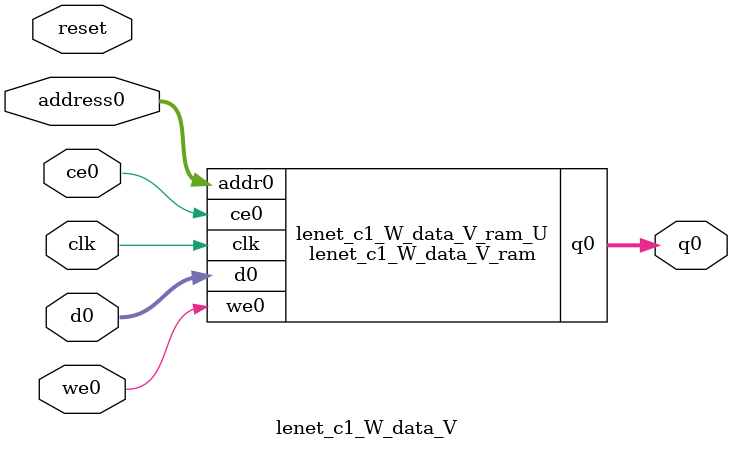
<source format=v>
`timescale 1 ns / 1 ps
module lenet_c1_W_data_V_ram (addr0, ce0, d0, we0, q0,  clk);

parameter DWIDTH = 16;
parameter AWIDTH = 8;
parameter MEM_SIZE = 150;

input[AWIDTH-1:0] addr0;
input ce0;
input[DWIDTH-1:0] d0;
input we0;
output reg[DWIDTH-1:0] q0;
input clk;

(* ram_style = "block" *)reg [DWIDTH-1:0] ram[0:MEM_SIZE-1];




always @(posedge clk)  
begin 
    if (ce0) 
    begin
        if (we0) 
        begin 
            ram[addr0] <= d0; 
        end 
        q0 <= ram[addr0];
    end
end


endmodule

`timescale 1 ns / 1 ps
module lenet_c1_W_data_V(
    reset,
    clk,
    address0,
    ce0,
    we0,
    d0,
    q0);

parameter DataWidth = 32'd16;
parameter AddressRange = 32'd150;
parameter AddressWidth = 32'd8;
input reset;
input clk;
input[AddressWidth - 1:0] address0;
input ce0;
input we0;
input[DataWidth - 1:0] d0;
output[DataWidth - 1:0] q0;



lenet_c1_W_data_V_ram lenet_c1_W_data_V_ram_U(
    .clk( clk ),
    .addr0( address0 ),
    .ce0( ce0 ),
    .we0( we0 ),
    .d0( d0 ),
    .q0( q0 ));

endmodule


</source>
